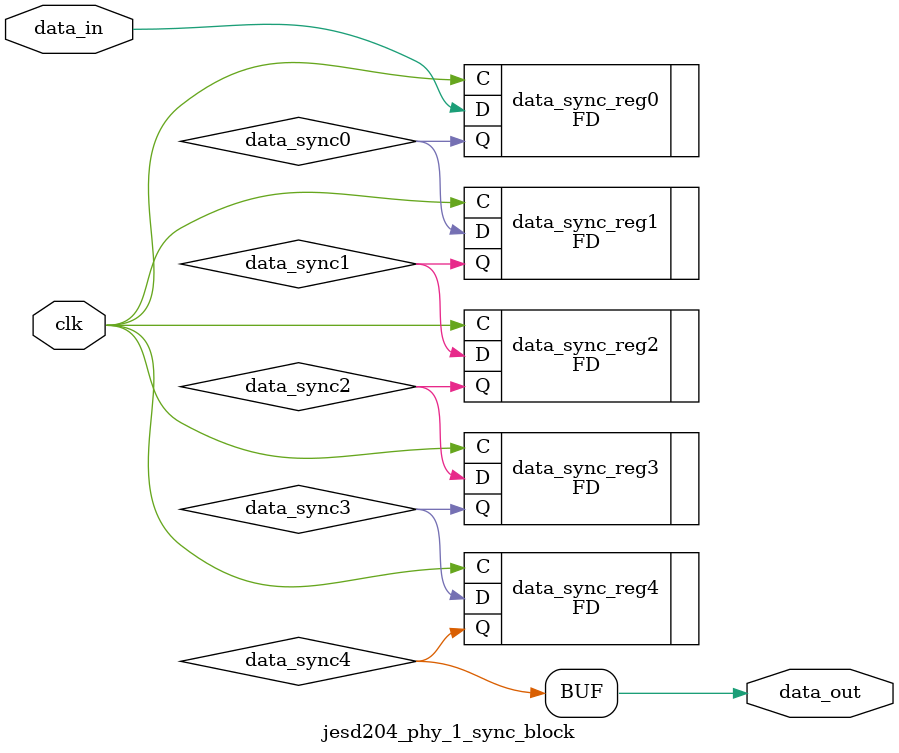
<source format=v>




`timescale 1ps / 1ps

//(* dont_touch = "yes" *)
module jesd204_phy_1_sync_block #(
  parameter INITIALISE = 1'b0
)
(
  input        clk,              // clock to be sync'ed to
  input        data_in,          // Data to be 'synced'
  output       data_out          // synced data
);

`ifdef USE_XPM_CDC
  // Use the new Xilinx CDC libraries. 
  // This will become standard in future releases
  xpm_cdc_single #(
  .DEST_SYNC_FF  (5), // Number of registers in the destination clock domain to account for MTBF
  .SRC_INPUT_REG (0)  // Determines whether there is an input register in src_clk domain.  
                      // SRC_INPUT_REG = 0, input register is not present
  ) cdc_i  (
  .dest_clk (clk      ),	
  .src_in   (data_in  ),
  .dest_out (data_out )
  );

`else
  // Internal Signals
  wire   data_sync0;
  wire   data_sync1;
  wire   data_sync2;
  wire   data_sync3;
  wire   data_sync4;


  (* ASYNC_REG = "TRUE", SHREG_EXTRACT = "NO" *)
  FD #(
    .INIT (INITIALISE[0])
  ) data_sync_reg0 (
    .C  (clk),
    .D  (data_in),
    .Q  (data_sync0)
  );

  (* ASYNC_REG = "TRUE", SHREG_EXTRACT = "NO" *)
  FD #(
   .INIT (INITIALISE[0])
  ) data_sync_reg1 (
  .C  (clk),
  .D  (data_sync0),
  .Q  (data_sync1)
  );

  (* ASYNC_REG = "TRUE", SHREG_EXTRACT = "NO" *)
  FD #(
   .INIT (INITIALISE[0])
  ) data_sync_reg2 (
  .C  (clk),
  .D  (data_sync1),
  .Q  (data_sync2)
  );

  (* ASYNC_REG = "TRUE", SHREG_EXTRACT = "NO" *)
  FD #(
   .INIT (INITIALISE[0])
  ) data_sync_reg3 (
  .C  (clk),
  .D  (data_sync2),
  .Q  (data_sync3)
  );

  (* ASYNC_REG = "TRUE", SHREG_EXTRACT = "NO" *)
  FD #(
   .INIT (INITIALISE[0])
  ) data_sync_reg4 (
  .C  (clk),
  .D  (data_sync3),
  .Q  (data_sync4)
  );

  assign data_out = data_sync4;
`endif

endmodule

</source>
